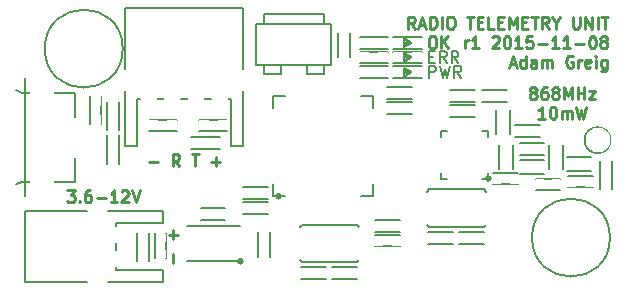
<source format=gto>
G04 #@! TF.FileFunction,Legend,Top*
%FSLAX46Y46*%
G04 Gerber Fmt 4.6, Leading zero omitted, Abs format (unit mm)*
G04 Created by KiCad (PCBNEW 0.201508100901+6080~28~ubuntu14.04.1-product) date Sun 08 Nov 2015 01:10:26 GMT*
%MOMM*%
G01*
G04 APERTURE LIST*
%ADD10C,0.100000*%
%ADD11C,0.200000*%
%ADD12C,0.250000*%
%ADD13C,0.150000*%
%ADD14R,0.900000X0.800000*%
%ADD15R,0.800000X0.900000*%
%ADD16R,0.900000X0.900000*%
%ADD17R,0.400000X1.300000*%
%ADD18R,1.300000X0.400000*%
%ADD19R,1.000000X0.700000*%
%ADD20R,0.700000X1.000000*%
%ADD21C,1.600000*%
%ADD22C,1.300000*%
%ADD23C,1.116000*%
%ADD24C,2.100000*%
%ADD25R,2.400000X2.600000*%
%ADD26R,1.500000X0.500000*%
%ADD27R,0.800000X0.350000*%
%ADD28R,0.350000X0.800000*%
%ADD29R,2.700000X2.700000*%
%ADD30R,2.000000X2.400000*%
%ADD31C,6.300000*%
%ADD32C,0.700000*%
G04 APERTURE END LIST*
D10*
D11*
X115738095Y-95952381D02*
X115738095Y-94952381D01*
X116119048Y-94952381D01*
X116214286Y-95000000D01*
X116261905Y-95047619D01*
X116309524Y-95142857D01*
X116309524Y-95285714D01*
X116261905Y-95380952D01*
X116214286Y-95428571D01*
X116119048Y-95476190D01*
X115738095Y-95476190D01*
X116642857Y-94952381D02*
X116880952Y-95952381D01*
X117071429Y-95238095D01*
X117261905Y-95952381D01*
X117500000Y-94952381D01*
X118452381Y-95952381D02*
X118119047Y-95476190D01*
X117880952Y-95952381D02*
X117880952Y-94952381D01*
X118261905Y-94952381D01*
X118357143Y-95000000D01*
X118404762Y-95047619D01*
X118452381Y-95142857D01*
X118452381Y-95285714D01*
X118404762Y-95380952D01*
X118357143Y-95428571D01*
X118261905Y-95476190D01*
X117880952Y-95476190D01*
X115738095Y-94178571D02*
X116071429Y-94178571D01*
X116214286Y-94702381D02*
X115738095Y-94702381D01*
X115738095Y-93702381D01*
X116214286Y-93702381D01*
X117214286Y-94702381D02*
X116880952Y-94226190D01*
X116642857Y-94702381D02*
X116642857Y-93702381D01*
X117023810Y-93702381D01*
X117119048Y-93750000D01*
X117166667Y-93797619D01*
X117214286Y-93892857D01*
X117214286Y-94035714D01*
X117166667Y-94130952D01*
X117119048Y-94178571D01*
X117023810Y-94226190D01*
X116642857Y-94226190D01*
X118214286Y-94702381D02*
X117880952Y-94226190D01*
X117642857Y-94702381D02*
X117642857Y-93702381D01*
X118023810Y-93702381D01*
X118119048Y-93750000D01*
X118166667Y-93797619D01*
X118214286Y-93892857D01*
X118214286Y-94035714D01*
X118166667Y-94130952D01*
X118119048Y-94178571D01*
X118023810Y-94226190D01*
X117642857Y-94226190D01*
D12*
X115928571Y-92452381D02*
X116119048Y-92452381D01*
X116214286Y-92500000D01*
X116309524Y-92595238D01*
X116357143Y-92785714D01*
X116357143Y-93119048D01*
X116309524Y-93309524D01*
X116214286Y-93404762D01*
X116119048Y-93452381D01*
X115928571Y-93452381D01*
X115833333Y-93404762D01*
X115738095Y-93309524D01*
X115690476Y-93119048D01*
X115690476Y-92785714D01*
X115738095Y-92595238D01*
X115833333Y-92500000D01*
X115928571Y-92452381D01*
X116785714Y-93452381D02*
X116785714Y-92452381D01*
X117357143Y-93452381D02*
X116928571Y-92880952D01*
X117357143Y-92452381D02*
X116785714Y-93023810D01*
X94078571Y-108869048D02*
X94078571Y-109630953D01*
X93697619Y-109250001D02*
X94459524Y-109250001D01*
X94078571Y-110869048D02*
X94078571Y-111630953D01*
X124452381Y-97205952D02*
X124357143Y-97158333D01*
X124309524Y-97110714D01*
X124261905Y-97015476D01*
X124261905Y-96967857D01*
X124309524Y-96872619D01*
X124357143Y-96825000D01*
X124452381Y-96777381D01*
X124642858Y-96777381D01*
X124738096Y-96825000D01*
X124785715Y-96872619D01*
X124833334Y-96967857D01*
X124833334Y-97015476D01*
X124785715Y-97110714D01*
X124738096Y-97158333D01*
X124642858Y-97205952D01*
X124452381Y-97205952D01*
X124357143Y-97253571D01*
X124309524Y-97301190D01*
X124261905Y-97396429D01*
X124261905Y-97586905D01*
X124309524Y-97682143D01*
X124357143Y-97729762D01*
X124452381Y-97777381D01*
X124642858Y-97777381D01*
X124738096Y-97729762D01*
X124785715Y-97682143D01*
X124833334Y-97586905D01*
X124833334Y-97396429D01*
X124785715Y-97301190D01*
X124738096Y-97253571D01*
X124642858Y-97205952D01*
X125690477Y-96777381D02*
X125500000Y-96777381D01*
X125404762Y-96825000D01*
X125357143Y-96872619D01*
X125261905Y-97015476D01*
X125214286Y-97205952D01*
X125214286Y-97586905D01*
X125261905Y-97682143D01*
X125309524Y-97729762D01*
X125404762Y-97777381D01*
X125595239Y-97777381D01*
X125690477Y-97729762D01*
X125738096Y-97682143D01*
X125785715Y-97586905D01*
X125785715Y-97348810D01*
X125738096Y-97253571D01*
X125690477Y-97205952D01*
X125595239Y-97158333D01*
X125404762Y-97158333D01*
X125309524Y-97205952D01*
X125261905Y-97253571D01*
X125214286Y-97348810D01*
X126357143Y-97205952D02*
X126261905Y-97158333D01*
X126214286Y-97110714D01*
X126166667Y-97015476D01*
X126166667Y-96967857D01*
X126214286Y-96872619D01*
X126261905Y-96825000D01*
X126357143Y-96777381D01*
X126547620Y-96777381D01*
X126642858Y-96825000D01*
X126690477Y-96872619D01*
X126738096Y-96967857D01*
X126738096Y-97015476D01*
X126690477Y-97110714D01*
X126642858Y-97158333D01*
X126547620Y-97205952D01*
X126357143Y-97205952D01*
X126261905Y-97253571D01*
X126214286Y-97301190D01*
X126166667Y-97396429D01*
X126166667Y-97586905D01*
X126214286Y-97682143D01*
X126261905Y-97729762D01*
X126357143Y-97777381D01*
X126547620Y-97777381D01*
X126642858Y-97729762D01*
X126690477Y-97682143D01*
X126738096Y-97586905D01*
X126738096Y-97396429D01*
X126690477Y-97301190D01*
X126642858Y-97253571D01*
X126547620Y-97205952D01*
X127166667Y-97777381D02*
X127166667Y-96777381D01*
X127500001Y-97491667D01*
X127833334Y-96777381D01*
X127833334Y-97777381D01*
X128309524Y-97777381D02*
X128309524Y-96777381D01*
X128309524Y-97253571D02*
X128880953Y-97253571D01*
X128880953Y-97777381D02*
X128880953Y-96777381D01*
X129261905Y-97110714D02*
X129785715Y-97110714D01*
X129261905Y-97777381D01*
X129785715Y-97777381D01*
X125571429Y-99427381D02*
X125000000Y-99427381D01*
X125285714Y-99427381D02*
X125285714Y-98427381D01*
X125190476Y-98570238D01*
X125095238Y-98665476D01*
X125000000Y-98713095D01*
X126190476Y-98427381D02*
X126285715Y-98427381D01*
X126380953Y-98475000D01*
X126428572Y-98522619D01*
X126476191Y-98617857D01*
X126523810Y-98808333D01*
X126523810Y-99046429D01*
X126476191Y-99236905D01*
X126428572Y-99332143D01*
X126380953Y-99379762D01*
X126285715Y-99427381D01*
X126190476Y-99427381D01*
X126095238Y-99379762D01*
X126047619Y-99332143D01*
X126000000Y-99236905D01*
X125952381Y-99046429D01*
X125952381Y-98808333D01*
X126000000Y-98617857D01*
X126047619Y-98522619D01*
X126095238Y-98475000D01*
X126190476Y-98427381D01*
X126952381Y-99427381D02*
X126952381Y-98760714D01*
X126952381Y-98855952D02*
X127000000Y-98808333D01*
X127095238Y-98760714D01*
X127238096Y-98760714D01*
X127333334Y-98808333D01*
X127380953Y-98903571D01*
X127380953Y-99427381D01*
X127380953Y-98903571D02*
X127428572Y-98808333D01*
X127523810Y-98760714D01*
X127666667Y-98760714D01*
X127761905Y-98808333D01*
X127809524Y-98903571D01*
X127809524Y-99427381D01*
X128190476Y-98427381D02*
X128428571Y-99427381D01*
X128619048Y-98713095D01*
X128809524Y-99427381D01*
X129047619Y-98427381D01*
X92026190Y-103071429D02*
X92788095Y-103071429D01*
X94597619Y-103452381D02*
X94264285Y-102976190D01*
X94026190Y-103452381D02*
X94026190Y-102452381D01*
X94407143Y-102452381D01*
X94502381Y-102500000D01*
X94550000Y-102547619D01*
X94597619Y-102642857D01*
X94597619Y-102785714D01*
X94550000Y-102880952D01*
X94502381Y-102928571D01*
X94407143Y-102976190D01*
X94026190Y-102976190D01*
X95645238Y-102452381D02*
X96216667Y-102452381D01*
X95930952Y-103452381D02*
X95930952Y-102452381D01*
X97311905Y-103071429D02*
X98073810Y-103071429D01*
X97692858Y-103452381D02*
X97692858Y-102690476D01*
X85102381Y-105502381D02*
X85721429Y-105502381D01*
X85388095Y-105883333D01*
X85530953Y-105883333D01*
X85626191Y-105930952D01*
X85673810Y-105978571D01*
X85721429Y-106073810D01*
X85721429Y-106311905D01*
X85673810Y-106407143D01*
X85626191Y-106454762D01*
X85530953Y-106502381D01*
X85245238Y-106502381D01*
X85150000Y-106454762D01*
X85102381Y-106407143D01*
X86150000Y-106407143D02*
X86197619Y-106454762D01*
X86150000Y-106502381D01*
X86102381Y-106454762D01*
X86150000Y-106407143D01*
X86150000Y-106502381D01*
X87054762Y-105502381D02*
X86864285Y-105502381D01*
X86769047Y-105550000D01*
X86721428Y-105597619D01*
X86626190Y-105740476D01*
X86578571Y-105930952D01*
X86578571Y-106311905D01*
X86626190Y-106407143D01*
X86673809Y-106454762D01*
X86769047Y-106502381D01*
X86959524Y-106502381D01*
X87054762Y-106454762D01*
X87102381Y-106407143D01*
X87150000Y-106311905D01*
X87150000Y-106073810D01*
X87102381Y-105978571D01*
X87054762Y-105930952D01*
X86959524Y-105883333D01*
X86769047Y-105883333D01*
X86673809Y-105930952D01*
X86626190Y-105978571D01*
X86578571Y-106073810D01*
X87578571Y-106121429D02*
X88340476Y-106121429D01*
X89340476Y-106502381D02*
X88769047Y-106502381D01*
X89054761Y-106502381D02*
X89054761Y-105502381D01*
X88959523Y-105645238D01*
X88864285Y-105740476D01*
X88769047Y-105788095D01*
X89721428Y-105597619D02*
X89769047Y-105550000D01*
X89864285Y-105502381D01*
X90102381Y-105502381D01*
X90197619Y-105550000D01*
X90245238Y-105597619D01*
X90292857Y-105692857D01*
X90292857Y-105788095D01*
X90245238Y-105930952D01*
X89673809Y-106502381D01*
X90292857Y-106502381D01*
X90578571Y-105502381D02*
X90911904Y-106502381D01*
X91245238Y-105502381D01*
X114523809Y-91802381D02*
X114190475Y-91326190D01*
X113952380Y-91802381D02*
X113952380Y-90802381D01*
X114333333Y-90802381D01*
X114428571Y-90850000D01*
X114476190Y-90897619D01*
X114523809Y-90992857D01*
X114523809Y-91135714D01*
X114476190Y-91230952D01*
X114428571Y-91278571D01*
X114333333Y-91326190D01*
X113952380Y-91326190D01*
X114904761Y-91516667D02*
X115380952Y-91516667D01*
X114809523Y-91802381D02*
X115142856Y-90802381D01*
X115476190Y-91802381D01*
X115809523Y-91802381D02*
X115809523Y-90802381D01*
X116047618Y-90802381D01*
X116190476Y-90850000D01*
X116285714Y-90945238D01*
X116333333Y-91040476D01*
X116380952Y-91230952D01*
X116380952Y-91373810D01*
X116333333Y-91564286D01*
X116285714Y-91659524D01*
X116190476Y-91754762D01*
X116047618Y-91802381D01*
X115809523Y-91802381D01*
X116809523Y-91802381D02*
X116809523Y-90802381D01*
X117476189Y-90802381D02*
X117666666Y-90802381D01*
X117761904Y-90850000D01*
X117857142Y-90945238D01*
X117904761Y-91135714D01*
X117904761Y-91469048D01*
X117857142Y-91659524D01*
X117761904Y-91754762D01*
X117666666Y-91802381D01*
X117476189Y-91802381D01*
X117380951Y-91754762D01*
X117285713Y-91659524D01*
X117238094Y-91469048D01*
X117238094Y-91135714D01*
X117285713Y-90945238D01*
X117380951Y-90850000D01*
X117476189Y-90802381D01*
X118952380Y-90802381D02*
X119523809Y-90802381D01*
X119238094Y-91802381D02*
X119238094Y-90802381D01*
X119857142Y-91278571D02*
X120190476Y-91278571D01*
X120333333Y-91802381D02*
X119857142Y-91802381D01*
X119857142Y-90802381D01*
X120333333Y-90802381D01*
X121238095Y-91802381D02*
X120761904Y-91802381D01*
X120761904Y-90802381D01*
X121571428Y-91278571D02*
X121904762Y-91278571D01*
X122047619Y-91802381D02*
X121571428Y-91802381D01*
X121571428Y-90802381D01*
X122047619Y-90802381D01*
X122476190Y-91802381D02*
X122476190Y-90802381D01*
X122809524Y-91516667D01*
X123142857Y-90802381D01*
X123142857Y-91802381D01*
X123619047Y-91278571D02*
X123952381Y-91278571D01*
X124095238Y-91802381D02*
X123619047Y-91802381D01*
X123619047Y-90802381D01*
X124095238Y-90802381D01*
X124380952Y-90802381D02*
X124952381Y-90802381D01*
X124666666Y-91802381D02*
X124666666Y-90802381D01*
X125857143Y-91802381D02*
X125523809Y-91326190D01*
X125285714Y-91802381D02*
X125285714Y-90802381D01*
X125666667Y-90802381D01*
X125761905Y-90850000D01*
X125809524Y-90897619D01*
X125857143Y-90992857D01*
X125857143Y-91135714D01*
X125809524Y-91230952D01*
X125761905Y-91278571D01*
X125666667Y-91326190D01*
X125285714Y-91326190D01*
X126476190Y-91326190D02*
X126476190Y-91802381D01*
X126142857Y-90802381D02*
X126476190Y-91326190D01*
X126809524Y-90802381D01*
X127904762Y-90802381D02*
X127904762Y-91611905D01*
X127952381Y-91707143D01*
X128000000Y-91754762D01*
X128095238Y-91802381D01*
X128285715Y-91802381D01*
X128380953Y-91754762D01*
X128428572Y-91707143D01*
X128476191Y-91611905D01*
X128476191Y-90802381D01*
X128952381Y-91802381D02*
X128952381Y-90802381D01*
X129523810Y-91802381D01*
X129523810Y-90802381D01*
X130000000Y-91802381D02*
X130000000Y-90802381D01*
X130333333Y-90802381D02*
X130904762Y-90802381D01*
X130619047Y-91802381D02*
X130619047Y-90802381D01*
X118809523Y-93452381D02*
X118809523Y-92785714D01*
X118809523Y-92976190D02*
X118857142Y-92880952D01*
X118904761Y-92833333D01*
X118999999Y-92785714D01*
X119095238Y-92785714D01*
X119952381Y-93452381D02*
X119380952Y-93452381D01*
X119666666Y-93452381D02*
X119666666Y-92452381D01*
X119571428Y-92595238D01*
X119476190Y-92690476D01*
X119380952Y-92738095D01*
X121095238Y-92547619D02*
X121142857Y-92500000D01*
X121238095Y-92452381D01*
X121476191Y-92452381D01*
X121571429Y-92500000D01*
X121619048Y-92547619D01*
X121666667Y-92642857D01*
X121666667Y-92738095D01*
X121619048Y-92880952D01*
X121047619Y-93452381D01*
X121666667Y-93452381D01*
X122285714Y-92452381D02*
X122380953Y-92452381D01*
X122476191Y-92500000D01*
X122523810Y-92547619D01*
X122571429Y-92642857D01*
X122619048Y-92833333D01*
X122619048Y-93071429D01*
X122571429Y-93261905D01*
X122523810Y-93357143D01*
X122476191Y-93404762D01*
X122380953Y-93452381D01*
X122285714Y-93452381D01*
X122190476Y-93404762D01*
X122142857Y-93357143D01*
X122095238Y-93261905D01*
X122047619Y-93071429D01*
X122047619Y-92833333D01*
X122095238Y-92642857D01*
X122142857Y-92547619D01*
X122190476Y-92500000D01*
X122285714Y-92452381D01*
X123571429Y-93452381D02*
X123000000Y-93452381D01*
X123285714Y-93452381D02*
X123285714Y-92452381D01*
X123190476Y-92595238D01*
X123095238Y-92690476D01*
X123000000Y-92738095D01*
X124476191Y-92452381D02*
X124000000Y-92452381D01*
X123952381Y-92928571D01*
X124000000Y-92880952D01*
X124095238Y-92833333D01*
X124333334Y-92833333D01*
X124428572Y-92880952D01*
X124476191Y-92928571D01*
X124523810Y-93023810D01*
X124523810Y-93261905D01*
X124476191Y-93357143D01*
X124428572Y-93404762D01*
X124333334Y-93452381D01*
X124095238Y-93452381D01*
X124000000Y-93404762D01*
X123952381Y-93357143D01*
X124952381Y-93071429D02*
X125714286Y-93071429D01*
X126714286Y-93452381D02*
X126142857Y-93452381D01*
X126428571Y-93452381D02*
X126428571Y-92452381D01*
X126333333Y-92595238D01*
X126238095Y-92690476D01*
X126142857Y-92738095D01*
X127666667Y-93452381D02*
X127095238Y-93452381D01*
X127380952Y-93452381D02*
X127380952Y-92452381D01*
X127285714Y-92595238D01*
X127190476Y-92690476D01*
X127095238Y-92738095D01*
X128095238Y-93071429D02*
X128857143Y-93071429D01*
X129523809Y-92452381D02*
X129619048Y-92452381D01*
X129714286Y-92500000D01*
X129761905Y-92547619D01*
X129809524Y-92642857D01*
X129857143Y-92833333D01*
X129857143Y-93071429D01*
X129809524Y-93261905D01*
X129761905Y-93357143D01*
X129714286Y-93404762D01*
X129619048Y-93452381D01*
X129523809Y-93452381D01*
X129428571Y-93404762D01*
X129380952Y-93357143D01*
X129333333Y-93261905D01*
X129285714Y-93071429D01*
X129285714Y-92833333D01*
X129333333Y-92642857D01*
X129380952Y-92547619D01*
X129428571Y-92500000D01*
X129523809Y-92452381D01*
X130428571Y-92880952D02*
X130333333Y-92833333D01*
X130285714Y-92785714D01*
X130238095Y-92690476D01*
X130238095Y-92642857D01*
X130285714Y-92547619D01*
X130333333Y-92500000D01*
X130428571Y-92452381D01*
X130619048Y-92452381D01*
X130714286Y-92500000D01*
X130761905Y-92547619D01*
X130809524Y-92642857D01*
X130809524Y-92690476D01*
X130761905Y-92785714D01*
X130714286Y-92833333D01*
X130619048Y-92880952D01*
X130428571Y-92880952D01*
X130333333Y-92928571D01*
X130285714Y-92976190D01*
X130238095Y-93071429D01*
X130238095Y-93261905D01*
X130285714Y-93357143D01*
X130333333Y-93404762D01*
X130428571Y-93452381D01*
X130619048Y-93452381D01*
X130714286Y-93404762D01*
X130761905Y-93357143D01*
X130809524Y-93261905D01*
X130809524Y-93071429D01*
X130761905Y-92976190D01*
X130714286Y-92928571D01*
X130619048Y-92880952D01*
X122571428Y-94816667D02*
X123047619Y-94816667D01*
X122476190Y-95102381D02*
X122809523Y-94102381D01*
X123142857Y-95102381D01*
X123904762Y-95102381D02*
X123904762Y-94102381D01*
X123904762Y-95054762D02*
X123809524Y-95102381D01*
X123619047Y-95102381D01*
X123523809Y-95054762D01*
X123476190Y-95007143D01*
X123428571Y-94911905D01*
X123428571Y-94626190D01*
X123476190Y-94530952D01*
X123523809Y-94483333D01*
X123619047Y-94435714D01*
X123809524Y-94435714D01*
X123904762Y-94483333D01*
X124809524Y-95102381D02*
X124809524Y-94578571D01*
X124761905Y-94483333D01*
X124666667Y-94435714D01*
X124476190Y-94435714D01*
X124380952Y-94483333D01*
X124809524Y-95054762D02*
X124714286Y-95102381D01*
X124476190Y-95102381D01*
X124380952Y-95054762D01*
X124333333Y-94959524D01*
X124333333Y-94864286D01*
X124380952Y-94769048D01*
X124476190Y-94721429D01*
X124714286Y-94721429D01*
X124809524Y-94673810D01*
X125285714Y-95102381D02*
X125285714Y-94435714D01*
X125285714Y-94530952D02*
X125333333Y-94483333D01*
X125428571Y-94435714D01*
X125571429Y-94435714D01*
X125666667Y-94483333D01*
X125714286Y-94578571D01*
X125714286Y-95102381D01*
X125714286Y-94578571D02*
X125761905Y-94483333D01*
X125857143Y-94435714D01*
X126000000Y-94435714D01*
X126095238Y-94483333D01*
X126142857Y-94578571D01*
X126142857Y-95102381D01*
X127904762Y-94150000D02*
X127809524Y-94102381D01*
X127666667Y-94102381D01*
X127523809Y-94150000D01*
X127428571Y-94245238D01*
X127380952Y-94340476D01*
X127333333Y-94530952D01*
X127333333Y-94673810D01*
X127380952Y-94864286D01*
X127428571Y-94959524D01*
X127523809Y-95054762D01*
X127666667Y-95102381D01*
X127761905Y-95102381D01*
X127904762Y-95054762D01*
X127952381Y-95007143D01*
X127952381Y-94673810D01*
X127761905Y-94673810D01*
X128380952Y-95102381D02*
X128380952Y-94435714D01*
X128380952Y-94626190D02*
X128428571Y-94530952D01*
X128476190Y-94483333D01*
X128571428Y-94435714D01*
X128666667Y-94435714D01*
X129380953Y-95054762D02*
X129285715Y-95102381D01*
X129095238Y-95102381D01*
X129000000Y-95054762D01*
X128952381Y-94959524D01*
X128952381Y-94578571D01*
X129000000Y-94483333D01*
X129095238Y-94435714D01*
X129285715Y-94435714D01*
X129380953Y-94483333D01*
X129428572Y-94578571D01*
X129428572Y-94673810D01*
X128952381Y-94769048D01*
X129857143Y-95102381D02*
X129857143Y-94435714D01*
X129857143Y-94102381D02*
X129809524Y-94150000D01*
X129857143Y-94197619D01*
X129904762Y-94150000D01*
X129857143Y-94102381D01*
X129857143Y-94197619D01*
X130761905Y-94435714D02*
X130761905Y-95245238D01*
X130714286Y-95340476D01*
X130666667Y-95388095D01*
X130571428Y-95435714D01*
X130428571Y-95435714D01*
X130333333Y-95388095D01*
X130761905Y-95054762D02*
X130666667Y-95102381D01*
X130476190Y-95102381D01*
X130380952Y-95054762D01*
X130333333Y-95007143D01*
X130285714Y-94911905D01*
X130285714Y-94626190D01*
X130333333Y-94530952D01*
X130380952Y-94483333D01*
X130476190Y-94435714D01*
X130666667Y-94435714D01*
X130761905Y-94483333D01*
D13*
X92500000Y-111250000D02*
X92500000Y-109150000D01*
X93500000Y-109150000D02*
X93500000Y-111250000D01*
X102250000Y-109000000D02*
X102250000Y-111100000D01*
X101250000Y-111100000D02*
X101250000Y-109000000D01*
X98500000Y-108000000D02*
X96400000Y-108000000D01*
X96400000Y-107000000D02*
X98500000Y-107000000D01*
X123250000Y-105000000D02*
X121150000Y-105000000D01*
X121150000Y-104000000D02*
X123250000Y-104000000D01*
X117500000Y-97000000D02*
X119600000Y-97000000D01*
X119600000Y-98000000D02*
X117500000Y-98000000D01*
X117500000Y-98250000D02*
X119600000Y-98250000D01*
X119600000Y-99250000D02*
X117500000Y-99250000D01*
X125500000Y-102500000D02*
X123400000Y-102500000D01*
X123400000Y-101500000D02*
X125500000Y-101500000D01*
X100000000Y-106500000D02*
X102100000Y-106500000D01*
X102100000Y-107500000D02*
X100000000Y-107500000D01*
X114250000Y-97750000D02*
X112150000Y-97750000D01*
X112150000Y-96750000D02*
X114250000Y-96750000D01*
X113250000Y-110250000D02*
X111150000Y-110250000D01*
X111150000Y-109250000D02*
X113250000Y-109250000D01*
X114250000Y-99000000D02*
X112150000Y-99000000D01*
X112150000Y-98000000D02*
X114250000Y-98000000D01*
X100000000Y-105250000D02*
X102100000Y-105250000D01*
X102100000Y-106250000D02*
X100000000Y-106250000D01*
X113250000Y-109000000D02*
X111150000Y-109000000D01*
X111150000Y-108000000D02*
X113250000Y-108000000D01*
X123000000Y-100000000D02*
X125100000Y-100000000D01*
X125100000Y-101000000D02*
X123000000Y-101000000D01*
X124750000Y-104500000D02*
X126850000Y-104500000D01*
X126850000Y-105500000D02*
X124750000Y-105500000D01*
X127500000Y-104250000D02*
X129600000Y-104250000D01*
X129600000Y-105250000D02*
X127500000Y-105250000D01*
X117750000Y-110000000D02*
X115650000Y-110000000D01*
X115650000Y-109000000D02*
X117750000Y-109000000D01*
X120250000Y-97000000D02*
X122350000Y-97000000D01*
X122350000Y-98000000D02*
X120250000Y-98000000D01*
X118250000Y-109000000D02*
X120350000Y-109000000D01*
X120350000Y-110000000D02*
X118250000Y-110000000D01*
X108000000Y-94250000D02*
X108000000Y-92150000D01*
X109000000Y-92150000D02*
X109000000Y-94250000D01*
X107000000Y-113000000D02*
X104900000Y-113000000D01*
X104900000Y-112000000D02*
X107000000Y-112000000D01*
X107500000Y-112000000D02*
X109600000Y-112000000D01*
X109600000Y-113000000D02*
X107500000Y-113000000D01*
X98650000Y-99500000D02*
X96250000Y-99500000D01*
X98650000Y-100500000D02*
X96250000Y-100500000D01*
X94400000Y-99500000D02*
X92000000Y-99500000D01*
X94400000Y-100500000D02*
X92000000Y-100500000D01*
X95600000Y-102000000D02*
X98000000Y-102000000D01*
X95600000Y-101000000D02*
X98000000Y-101000000D01*
X88000000Y-99900000D02*
X88000000Y-97500000D01*
X87000000Y-99900000D02*
X87000000Y-97500000D01*
X88500000Y-100850000D02*
X88500000Y-103250000D01*
X89500000Y-100850000D02*
X89500000Y-103250000D01*
X89500000Y-100400000D02*
X89500000Y-98000000D01*
X88500000Y-100400000D02*
X88500000Y-98000000D01*
X91000000Y-109100000D02*
X91000000Y-111500000D01*
X92000000Y-109100000D02*
X92000000Y-111500000D01*
X131250000Y-105400000D02*
X131250000Y-103000000D01*
X130250000Y-105400000D02*
X130250000Y-103000000D01*
X113850000Y-92800000D02*
X113750000Y-92800000D01*
X114050000Y-92900000D02*
X113750000Y-92900000D01*
X113850000Y-93200000D02*
X113750000Y-93200000D01*
X113950000Y-93100000D02*
X113750000Y-93100000D01*
X114150000Y-93000000D02*
X113750000Y-93000000D01*
X113650000Y-93400000D02*
X113650000Y-92600000D01*
X113650000Y-92600000D02*
X114250000Y-93000000D01*
X114250000Y-93000000D02*
X113650000Y-93400000D01*
X115150000Y-92500000D02*
X112650000Y-92500000D01*
X115150000Y-93500000D02*
X112650000Y-93500000D01*
X113850000Y-94050000D02*
X113750000Y-94050000D01*
X114050000Y-94150000D02*
X113750000Y-94150000D01*
X113850000Y-94450000D02*
X113750000Y-94450000D01*
X113950000Y-94350000D02*
X113750000Y-94350000D01*
X114150000Y-94250000D02*
X113750000Y-94250000D01*
X113650000Y-94650000D02*
X113650000Y-93850000D01*
X113650000Y-93850000D02*
X114250000Y-94250000D01*
X114250000Y-94250000D02*
X113650000Y-94650000D01*
X115150000Y-93750000D02*
X112650000Y-93750000D01*
X115150000Y-94750000D02*
X112650000Y-94750000D01*
X113850000Y-95300000D02*
X113750000Y-95300000D01*
X114050000Y-95400000D02*
X113750000Y-95400000D01*
X113850000Y-95700000D02*
X113750000Y-95700000D01*
X113950000Y-95600000D02*
X113750000Y-95600000D01*
X114150000Y-95500000D02*
X113750000Y-95500000D01*
X113650000Y-95900000D02*
X113650000Y-95100000D01*
X113650000Y-95100000D02*
X114250000Y-95500000D01*
X114250000Y-95500000D02*
X113650000Y-95900000D01*
X115150000Y-95000000D02*
X112650000Y-95000000D01*
X115150000Y-96000000D02*
X112650000Y-96000000D01*
X103200000Y-106000000D02*
G75*
G03X103200000Y-106000000I-200000J0D01*
G01*
X103100000Y-106000000D02*
G75*
G03X103100000Y-106000000I-100000J0D01*
G01*
X103500000Y-97500000D02*
X102500000Y-97500000D01*
X102500000Y-97500000D02*
X102500000Y-98500000D01*
X110000000Y-97500000D02*
X111000000Y-97500000D01*
X111000000Y-97500000D02*
X111000000Y-98500000D01*
X110000000Y-106000000D02*
X111000000Y-106000000D01*
X111000000Y-106000000D02*
X111000000Y-105000000D01*
X102500000Y-105000000D02*
X102500000Y-106000000D01*
X102500000Y-106000000D02*
X103500000Y-106000000D01*
X121650000Y-101700000D02*
X121650000Y-103700000D01*
X122850000Y-101700000D02*
X122850000Y-103700000D01*
X123450000Y-104100000D02*
X125450000Y-104100000D01*
X123450000Y-102900000D02*
X125450000Y-102900000D01*
X125900000Y-101700000D02*
X125900000Y-103700000D01*
X127100000Y-101700000D02*
X127100000Y-103700000D01*
X127450000Y-103850000D02*
X129450000Y-103850000D01*
X127450000Y-102650000D02*
X129450000Y-102650000D01*
X121400000Y-98700000D02*
X121400000Y-100700000D01*
X122600000Y-98700000D02*
X122600000Y-100700000D01*
D11*
X89250000Y-108250000D02*
X89250000Y-108550000D01*
X89250000Y-110550000D02*
X89250000Y-109950000D01*
X89250000Y-112250000D02*
X89250000Y-111950000D01*
X93250000Y-107250000D02*
X93250000Y-108250000D01*
X93250000Y-108250000D02*
X89250000Y-108250000D01*
X93250000Y-113250000D02*
X93250000Y-112250000D01*
X93250000Y-112250000D02*
X89250000Y-112250000D01*
X81550000Y-107250000D02*
X81550000Y-113250000D01*
X86750000Y-107250000D02*
X81550000Y-107250000D01*
X93250000Y-107250000D02*
X88550000Y-107250000D01*
X88550000Y-113250000D02*
X93250000Y-113250000D01*
X81550000Y-113250000D02*
X86750000Y-113250000D01*
X91000000Y-97750000D02*
X91300000Y-97750000D01*
X93300000Y-97750000D02*
X92700000Y-97750000D01*
X95300000Y-97750000D02*
X94700000Y-97750000D01*
X97300000Y-97750000D02*
X96700000Y-97750000D01*
X99000000Y-97750000D02*
X98700000Y-97750000D01*
X100000000Y-101750000D02*
X99000000Y-101750000D01*
X99000000Y-101750000D02*
X99000000Y-97750000D01*
X90000000Y-101750000D02*
X91000000Y-101750000D01*
X91000000Y-101750000D02*
X91000000Y-97750000D01*
X100000000Y-90050000D02*
X90000000Y-90050000D01*
X100000000Y-95250000D02*
X100000000Y-90050000D01*
X100000000Y-101750000D02*
X100000000Y-97050000D01*
X90000000Y-97050000D02*
X90000000Y-101750000D01*
X90000000Y-90050000D02*
X90000000Y-95250000D01*
D13*
X106830000Y-94849500D02*
X106830000Y-95675000D01*
X106830000Y-95675000D02*
X105369500Y-95675000D01*
X105369500Y-95675000D02*
X105369500Y-94849500D01*
X101750000Y-94849500D02*
X101750000Y-95675000D01*
X101750000Y-95675000D02*
X103210500Y-95675000D01*
X103210500Y-95675000D02*
X103210500Y-94849500D01*
X101750000Y-91420500D02*
X101750000Y-90595000D01*
X101750000Y-90595000D02*
X106830000Y-90595000D01*
X106830000Y-90595000D02*
X106830000Y-91420500D01*
X104290000Y-91420500D02*
X107465000Y-91420500D01*
X107465000Y-91420500D02*
X107465000Y-94849500D01*
X107465000Y-94849500D02*
X101115000Y-94849500D01*
X101115000Y-94849500D02*
X101115000Y-91420500D01*
X101115000Y-91420500D02*
X104290000Y-91420500D01*
D11*
X131100000Y-101250000D02*
G75*
G03X131100000Y-101250000I-1100000J0D01*
G01*
D13*
X109850000Y-94750000D02*
X112250000Y-94750000D01*
X109850000Y-93750000D02*
X112250000Y-93750000D01*
X109850000Y-96000000D02*
X112250000Y-96000000D01*
X109850000Y-95000000D02*
X112250000Y-95000000D01*
X109850000Y-93500000D02*
X112250000Y-93500000D01*
X109850000Y-92500000D02*
X112250000Y-92500000D01*
X115750000Y-105400000D02*
X120350000Y-105400000D01*
X120550000Y-105600000D02*
X120350000Y-105400000D01*
X115550000Y-105600000D02*
X115750000Y-105400000D01*
X115700000Y-108600000D02*
X120400000Y-108600000D01*
X115550000Y-108400000D02*
X115700000Y-108600000D01*
X120550000Y-108400000D02*
X120400000Y-108600000D01*
X105000000Y-108400000D02*
X109600000Y-108400000D01*
X109800000Y-108600000D02*
X109600000Y-108400000D01*
X104800000Y-108600000D02*
X105000000Y-108400000D01*
X104950000Y-111600000D02*
X109650000Y-111600000D01*
X104800000Y-111400000D02*
X104950000Y-111600000D01*
X109800000Y-111400000D02*
X109650000Y-111600000D01*
X99950000Y-111500000D02*
G75*
G03X99950000Y-111500000I-200000J0D01*
G01*
X99850000Y-111500000D02*
G75*
G03X99850000Y-111500000I-100000J0D01*
G01*
X99750000Y-108500000D02*
X95250000Y-108500000D01*
X99750000Y-111500000D02*
X95250000Y-111500000D01*
D11*
X120950000Y-104500000D02*
G75*
G03X120950000Y-104500000I-200000J0D01*
G01*
X120850000Y-104500000D02*
G75*
G03X120850000Y-104500000I-100000J0D01*
G01*
X117250000Y-100500000D02*
X116750000Y-100500000D01*
X116750000Y-100500000D02*
X116750000Y-101000000D01*
X120750000Y-101000000D02*
X120750000Y-100500000D01*
X120750000Y-100500000D02*
X120250000Y-100500000D01*
X117250000Y-104500000D02*
X116750000Y-104500000D01*
X116750000Y-104500000D02*
X116750000Y-104000000D01*
X120250000Y-104500000D02*
X120750000Y-104500000D01*
X120750000Y-104500000D02*
X120750000Y-104000000D01*
D13*
X82000000Y-104750000D02*
X81250000Y-104750000D01*
X81250000Y-104750000D02*
X80750000Y-105000000D01*
X82000000Y-97250000D02*
X81250000Y-97250000D01*
X81250000Y-97250000D02*
X80750000Y-97000000D01*
X85750000Y-102750000D02*
X85750000Y-104750000D01*
X85750000Y-104750000D02*
X84000000Y-104750000D01*
X84000000Y-97250000D02*
X85750000Y-97250000D01*
X85750000Y-97250000D02*
X85750000Y-99250000D01*
X81550000Y-96000000D02*
X81550000Y-106000000D01*
X131050000Y-109500000D02*
G75*
G03X131050000Y-109500000I-3300000J0D01*
G01*
X89800000Y-93500000D02*
G75*
G03X89800000Y-93500000I-3300000J0D01*
G01*
%LPC*%
D14*
X93000000Y-109500000D03*
X93000000Y-110900000D03*
X101750000Y-110750000D03*
X101750000Y-109350000D03*
D15*
X96750000Y-107500000D03*
X98150000Y-107500000D03*
X121500000Y-104500000D03*
X122900000Y-104500000D03*
X119250000Y-97500000D03*
X117850000Y-97500000D03*
X119250000Y-98750000D03*
X117850000Y-98750000D03*
X123750000Y-102000000D03*
X125150000Y-102000000D03*
X101750000Y-107000000D03*
X100350000Y-107000000D03*
X112500000Y-97250000D03*
X113900000Y-97250000D03*
X111500000Y-109750000D03*
X112900000Y-109750000D03*
X112500000Y-98500000D03*
X113900000Y-98500000D03*
X101750000Y-105750000D03*
X100350000Y-105750000D03*
X111500000Y-108500000D03*
X112900000Y-108500000D03*
X124750000Y-100500000D03*
X123350000Y-100500000D03*
X126500000Y-105000000D03*
X125100000Y-105000000D03*
X129250000Y-104750000D03*
X127850000Y-104750000D03*
X116000000Y-109500000D03*
X117400000Y-109500000D03*
X122000000Y-97500000D03*
X120600000Y-97500000D03*
X120000000Y-109500000D03*
X118600000Y-109500000D03*
D14*
X108500000Y-92500000D03*
X108500000Y-93900000D03*
D15*
X105250000Y-112500000D03*
X106650000Y-112500000D03*
X109250000Y-112500000D03*
X107850000Y-112500000D03*
D16*
X98250000Y-100000000D03*
X96650000Y-100000000D03*
X94000000Y-100000000D03*
X92400000Y-100000000D03*
X96000000Y-101500000D03*
X97600000Y-101500000D03*
X87500000Y-99500000D03*
X87500000Y-97900000D03*
X89000000Y-101250000D03*
X89000000Y-102850000D03*
X89000000Y-100000000D03*
X89000000Y-98400000D03*
X91500000Y-109500000D03*
X91500000Y-111100000D03*
X130750000Y-105000000D03*
X130750000Y-103400000D03*
X114750000Y-93000000D03*
X113100000Y-93000000D03*
X114750000Y-94250000D03*
X113100000Y-94250000D03*
X114750000Y-95500000D03*
X113100000Y-95500000D03*
D17*
X104000000Y-106000000D03*
X104500000Y-106000000D03*
X105000000Y-106000000D03*
X105500000Y-106000000D03*
X106000000Y-106000000D03*
X106500000Y-106000000D03*
X107000000Y-106000000D03*
X107500000Y-106000000D03*
X108000000Y-106000000D03*
X108500000Y-106000000D03*
X109000000Y-106000000D03*
X109500000Y-106000000D03*
D18*
X111000000Y-104500000D03*
X111000000Y-104000000D03*
X111000000Y-103500000D03*
X111000000Y-103000000D03*
X111000000Y-102500000D03*
X111000000Y-102000000D03*
X111000000Y-101500000D03*
X111000000Y-101000000D03*
X111000000Y-100500000D03*
X111000000Y-100000000D03*
X111000000Y-99500000D03*
X111000000Y-99000000D03*
D17*
X109500000Y-97500000D03*
X109000000Y-97500000D03*
X108500000Y-97500000D03*
X108000000Y-97500000D03*
X107500000Y-97500000D03*
X107000000Y-97500000D03*
X106500000Y-97500000D03*
X106000000Y-97500000D03*
X105500000Y-97500000D03*
X105000000Y-97500000D03*
X104500000Y-97500000D03*
X104000000Y-97500000D03*
D18*
X102500000Y-99000000D03*
X102500000Y-99500000D03*
X102500000Y-100000000D03*
X102500000Y-100500000D03*
X102500000Y-101000000D03*
X102500000Y-101500000D03*
X102500000Y-102000000D03*
X102500000Y-102500000D03*
X102500000Y-103000000D03*
X102500000Y-103500000D03*
X102500000Y-104000000D03*
X102500000Y-104500000D03*
D19*
X122250000Y-102000000D03*
X122250000Y-103400000D03*
D20*
X123750000Y-103500000D03*
X125150000Y-103500000D03*
D19*
X126500000Y-102000000D03*
X126500000Y-103400000D03*
D20*
X127750000Y-103250000D03*
X129150000Y-103250000D03*
D19*
X122000000Y-99000000D03*
X122000000Y-100400000D03*
D21*
X89750000Y-111250000D03*
X89750000Y-109250000D03*
D22*
X87650000Y-112750000D03*
X87650000Y-107750000D03*
D21*
X92000000Y-98250000D03*
X94000000Y-98250000D03*
X96000000Y-98250000D03*
X98000000Y-98250000D03*
D22*
X90500000Y-96150000D03*
X99500000Y-96150000D03*
D23*
X101750000Y-93770000D03*
X101750000Y-92500000D03*
X103020000Y-93770000D03*
X103020000Y-92500000D03*
X104290000Y-93770000D03*
X104290000Y-92500000D03*
X105560000Y-93770000D03*
X105560000Y-92500000D03*
X106830000Y-93770000D03*
X106830000Y-92500000D03*
D24*
X130000000Y-101250000D03*
D16*
X110250000Y-94250000D03*
X111850000Y-94250000D03*
X110250000Y-95500000D03*
X111850000Y-95500000D03*
X110250000Y-93000000D03*
X111850000Y-93000000D03*
D25*
X115800000Y-107000000D03*
X120300000Y-107000000D03*
X105050000Y-110000000D03*
X109550000Y-110000000D03*
D26*
X99750000Y-111000000D03*
X99750000Y-110350000D03*
X99750000Y-109700000D03*
X99750000Y-109050000D03*
X95350000Y-109050000D03*
X95350000Y-109700000D03*
X95350000Y-110350000D03*
X95350000Y-111000000D03*
D27*
X120750000Y-103500000D03*
X120750000Y-103000000D03*
X120750000Y-102500000D03*
X120750000Y-102000000D03*
X120750000Y-101500000D03*
D28*
X119750000Y-100500000D03*
X119250000Y-100500000D03*
X118750000Y-100500000D03*
X118250000Y-100500000D03*
X117750000Y-100500000D03*
D27*
X116750000Y-101500000D03*
X116750000Y-102000000D03*
X116750000Y-102500000D03*
X116750000Y-103000000D03*
X116750000Y-103500000D03*
D28*
X117750000Y-104500000D03*
X118250000Y-104500000D03*
X118750000Y-104500000D03*
X119250000Y-104500000D03*
X119750000Y-104500000D03*
D29*
X118750000Y-102500000D03*
D26*
X85750000Y-99700000D03*
X85750000Y-100350000D03*
X85750000Y-101000000D03*
X85750000Y-101650000D03*
X85750000Y-102300000D03*
D30*
X83000000Y-97250000D03*
X83000000Y-104750000D03*
D31*
X127750000Y-109500000D03*
D32*
X127750000Y-107000000D03*
X130250000Y-109500000D03*
X127750000Y-112000000D03*
X125250000Y-109500000D03*
X125950000Y-107700000D03*
X129550000Y-107700000D03*
X125950000Y-111300000D03*
X129550000Y-111300000D03*
D31*
X86500000Y-93500000D03*
D32*
X86500000Y-91000000D03*
X89000000Y-93500000D03*
X86500000Y-96000000D03*
X84000000Y-93500000D03*
X84700000Y-91700000D03*
X88300000Y-91700000D03*
X84700000Y-95300000D03*
X88300000Y-95300000D03*
M02*

</source>
